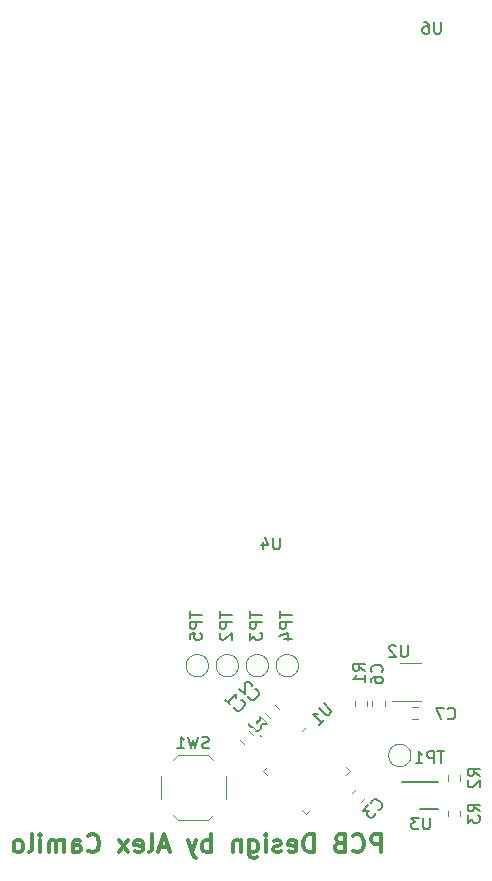
<source format=gbr>
G04 #@! TF.GenerationSoftware,KiCad,Pcbnew,(5.1.8)-1*
G04 #@! TF.CreationDate,2021-05-02T00:16:01-04:00*
G04 #@! TF.ProjectId,CryptoRosette,43727970-746f-4526-9f73-657474652e6b,1*
G04 #@! TF.SameCoordinates,Original*
G04 #@! TF.FileFunction,Legend,Bot*
G04 #@! TF.FilePolarity,Positive*
%FSLAX46Y46*%
G04 Gerber Fmt 4.6, Leading zero omitted, Abs format (unit mm)*
G04 Created by KiCad (PCBNEW (5.1.8)-1) date 2021-05-02 00:16:01*
%MOMM*%
%LPD*%
G01*
G04 APERTURE LIST*
%ADD10C,0.304800*%
%ADD11C,0.120000*%
%ADD12C,0.150000*%
%ADD13C,1.601600*%
G04 APERTURE END LIST*
D10*
X160530285Y-117089428D02*
X160530285Y-115565428D01*
X159949714Y-115565428D01*
X159804571Y-115638000D01*
X159732000Y-115710571D01*
X159659428Y-115855714D01*
X159659428Y-116073428D01*
X159732000Y-116218571D01*
X159804571Y-116291142D01*
X159949714Y-116363714D01*
X160530285Y-116363714D01*
X158135428Y-116944285D02*
X158208000Y-117016857D01*
X158425714Y-117089428D01*
X158570857Y-117089428D01*
X158788571Y-117016857D01*
X158933714Y-116871714D01*
X159006285Y-116726571D01*
X159078857Y-116436285D01*
X159078857Y-116218571D01*
X159006285Y-115928285D01*
X158933714Y-115783142D01*
X158788571Y-115638000D01*
X158570857Y-115565428D01*
X158425714Y-115565428D01*
X158208000Y-115638000D01*
X158135428Y-115710571D01*
X156974285Y-116291142D02*
X156756571Y-116363714D01*
X156684000Y-116436285D01*
X156611428Y-116581428D01*
X156611428Y-116799142D01*
X156684000Y-116944285D01*
X156756571Y-117016857D01*
X156901714Y-117089428D01*
X157482285Y-117089428D01*
X157482285Y-115565428D01*
X156974285Y-115565428D01*
X156829142Y-115638000D01*
X156756571Y-115710571D01*
X156684000Y-115855714D01*
X156684000Y-116000857D01*
X156756571Y-116146000D01*
X156829142Y-116218571D01*
X156974285Y-116291142D01*
X157482285Y-116291142D01*
X154797142Y-117089428D02*
X154797142Y-115565428D01*
X154434285Y-115565428D01*
X154216571Y-115638000D01*
X154071428Y-115783142D01*
X153998857Y-115928285D01*
X153926285Y-116218571D01*
X153926285Y-116436285D01*
X153998857Y-116726571D01*
X154071428Y-116871714D01*
X154216571Y-117016857D01*
X154434285Y-117089428D01*
X154797142Y-117089428D01*
X152692571Y-117016857D02*
X152837714Y-117089428D01*
X153128000Y-117089428D01*
X153273142Y-117016857D01*
X153345714Y-116871714D01*
X153345714Y-116291142D01*
X153273142Y-116146000D01*
X153128000Y-116073428D01*
X152837714Y-116073428D01*
X152692571Y-116146000D01*
X152620000Y-116291142D01*
X152620000Y-116436285D01*
X153345714Y-116581428D01*
X152039428Y-117016857D02*
X151894285Y-117089428D01*
X151604000Y-117089428D01*
X151458857Y-117016857D01*
X151386285Y-116871714D01*
X151386285Y-116799142D01*
X151458857Y-116654000D01*
X151604000Y-116581428D01*
X151821714Y-116581428D01*
X151966857Y-116508857D01*
X152039428Y-116363714D01*
X152039428Y-116291142D01*
X151966857Y-116146000D01*
X151821714Y-116073428D01*
X151604000Y-116073428D01*
X151458857Y-116146000D01*
X150733142Y-117089428D02*
X150733142Y-116073428D01*
X150733142Y-115565428D02*
X150805714Y-115638000D01*
X150733142Y-115710571D01*
X150660571Y-115638000D01*
X150733142Y-115565428D01*
X150733142Y-115710571D01*
X149354285Y-116073428D02*
X149354285Y-117307142D01*
X149426857Y-117452285D01*
X149499428Y-117524857D01*
X149644571Y-117597428D01*
X149862285Y-117597428D01*
X150007428Y-117524857D01*
X149354285Y-117016857D02*
X149499428Y-117089428D01*
X149789714Y-117089428D01*
X149934857Y-117016857D01*
X150007428Y-116944285D01*
X150080000Y-116799142D01*
X150080000Y-116363714D01*
X150007428Y-116218571D01*
X149934857Y-116146000D01*
X149789714Y-116073428D01*
X149499428Y-116073428D01*
X149354285Y-116146000D01*
X148628571Y-116073428D02*
X148628571Y-117089428D01*
X148628571Y-116218571D02*
X148556000Y-116146000D01*
X148410857Y-116073428D01*
X148193142Y-116073428D01*
X148048000Y-116146000D01*
X147975428Y-116291142D01*
X147975428Y-117089428D01*
X146088571Y-117089428D02*
X146088571Y-115565428D01*
X146088571Y-116146000D02*
X145943428Y-116073428D01*
X145653142Y-116073428D01*
X145508000Y-116146000D01*
X145435428Y-116218571D01*
X145362857Y-116363714D01*
X145362857Y-116799142D01*
X145435428Y-116944285D01*
X145508000Y-117016857D01*
X145653142Y-117089428D01*
X145943428Y-117089428D01*
X146088571Y-117016857D01*
X144854857Y-116073428D02*
X144492000Y-117089428D01*
X144129142Y-116073428D02*
X144492000Y-117089428D01*
X144637142Y-117452285D01*
X144709714Y-117524857D01*
X144854857Y-117597428D01*
X142460000Y-116654000D02*
X141734285Y-116654000D01*
X142605142Y-117089428D02*
X142097142Y-115565428D01*
X141589142Y-117089428D01*
X140863428Y-117089428D02*
X141008571Y-117016857D01*
X141081142Y-116871714D01*
X141081142Y-115565428D01*
X139702285Y-117016857D02*
X139847428Y-117089428D01*
X140137714Y-117089428D01*
X140282857Y-117016857D01*
X140355428Y-116871714D01*
X140355428Y-116291142D01*
X140282857Y-116146000D01*
X140137714Y-116073428D01*
X139847428Y-116073428D01*
X139702285Y-116146000D01*
X139629714Y-116291142D01*
X139629714Y-116436285D01*
X140355428Y-116581428D01*
X139121714Y-117089428D02*
X138323428Y-116073428D01*
X139121714Y-116073428D02*
X138323428Y-117089428D01*
X135710857Y-116944285D02*
X135783428Y-117016857D01*
X136001142Y-117089428D01*
X136146285Y-117089428D01*
X136364000Y-117016857D01*
X136509142Y-116871714D01*
X136581714Y-116726571D01*
X136654285Y-116436285D01*
X136654285Y-116218571D01*
X136581714Y-115928285D01*
X136509142Y-115783142D01*
X136364000Y-115638000D01*
X136146285Y-115565428D01*
X136001142Y-115565428D01*
X135783428Y-115638000D01*
X135710857Y-115710571D01*
X134404571Y-117089428D02*
X134404571Y-116291142D01*
X134477142Y-116146000D01*
X134622285Y-116073428D01*
X134912571Y-116073428D01*
X135057714Y-116146000D01*
X134404571Y-117016857D02*
X134549714Y-117089428D01*
X134912571Y-117089428D01*
X135057714Y-117016857D01*
X135130285Y-116871714D01*
X135130285Y-116726571D01*
X135057714Y-116581428D01*
X134912571Y-116508857D01*
X134549714Y-116508857D01*
X134404571Y-116436285D01*
X133678857Y-117089428D02*
X133678857Y-116073428D01*
X133678857Y-116218571D02*
X133606285Y-116146000D01*
X133461142Y-116073428D01*
X133243428Y-116073428D01*
X133098285Y-116146000D01*
X133025714Y-116291142D01*
X133025714Y-117089428D01*
X133025714Y-116291142D02*
X132953142Y-116146000D01*
X132808000Y-116073428D01*
X132590285Y-116073428D01*
X132445142Y-116146000D01*
X132372571Y-116291142D01*
X132372571Y-117089428D01*
X131646857Y-117089428D02*
X131646857Y-116073428D01*
X131646857Y-115565428D02*
X131719428Y-115638000D01*
X131646857Y-115710571D01*
X131574285Y-115638000D01*
X131646857Y-115565428D01*
X131646857Y-115710571D01*
X130703428Y-117089428D02*
X130848571Y-117016857D01*
X130921142Y-116871714D01*
X130921142Y-115565428D01*
X129905142Y-117089428D02*
X130050285Y-117016857D01*
X130122857Y-116944285D01*
X130195428Y-116799142D01*
X130195428Y-116363714D01*
X130122857Y-116218571D01*
X130050285Y-116146000D01*
X129905142Y-116073428D01*
X129687428Y-116073428D01*
X129542285Y-116146000D01*
X129469714Y-116218571D01*
X129397142Y-116363714D01*
X129397142Y-116799142D01*
X129469714Y-116944285D01*
X129542285Y-117016857D01*
X129687428Y-117089428D01*
X129905142Y-117089428D01*
D11*
X150401697Y-105762770D02*
X150737230Y-106098303D01*
X149662770Y-106501697D02*
X149998303Y-106837230D01*
X151837230Y-104998303D02*
X151501697Y-104662770D01*
X151098303Y-105737230D02*
X150762770Y-105401697D01*
X159137230Y-112501697D02*
X158801697Y-112837230D01*
X158398303Y-111762770D02*
X158062770Y-112098303D01*
X159777500Y-104737258D02*
X159777500Y-104262742D01*
X160822500Y-104737258D02*
X160822500Y-104262742D01*
X163637258Y-104777500D02*
X163162742Y-104777500D01*
X163637258Y-105822500D02*
X163162742Y-105822500D01*
X158277500Y-104262742D02*
X158277500Y-104737258D01*
X159322500Y-104262742D02*
X159322500Y-104737258D01*
X149637230Y-107198303D02*
X149301697Y-106862770D01*
X148898303Y-107937230D02*
X148562770Y-107601697D01*
X146300000Y-113900000D02*
X145850000Y-114350000D01*
X142900000Y-113900000D02*
X143350000Y-114350000D01*
X142900000Y-109300000D02*
X143350000Y-108850000D01*
X146300000Y-109300000D02*
X145850000Y-108850000D01*
X141850000Y-110600000D02*
X141850000Y-112600000D01*
X145850000Y-114350000D02*
X143350000Y-114350000D01*
X147350000Y-110600000D02*
X147350000Y-112600000D01*
X145850000Y-108850000D02*
X143350000Y-108850000D01*
X163050000Y-108900000D02*
G75*
G03*
X163050000Y-108900000I-950000J0D01*
G01*
X148450000Y-101300000D02*
G75*
G03*
X148450000Y-101300000I-950000J0D01*
G01*
X150990000Y-101300000D02*
G75*
G03*
X150990000Y-101300000I-950000J0D01*
G01*
X153530000Y-101300000D02*
G75*
G03*
X153530000Y-101300000I-950000J0D01*
G01*
X145910000Y-101300000D02*
G75*
G03*
X145910000Y-101300000I-950000J0D01*
G01*
X150824778Y-109864124D02*
X150488903Y-110200000D01*
X150488903Y-110200000D02*
X150824778Y-110535876D01*
X157535222Y-110535876D02*
X157871097Y-110200000D01*
X157871097Y-110200000D02*
X157535222Y-109864124D01*
X154515876Y-113555222D02*
X154180000Y-113891097D01*
X154180000Y-113891097D02*
X153844124Y-113555222D01*
X153844124Y-106844778D02*
X154180000Y-106508903D01*
X162080000Y-101060000D02*
X163880000Y-101060000D01*
X163880000Y-104280000D02*
X161430000Y-104280000D01*
X167222500Y-111037258D02*
X167222500Y-110562742D01*
X166177500Y-111037258D02*
X166177500Y-110562742D01*
X167222500Y-113562742D02*
X167222500Y-114037258D01*
X166177500Y-113562742D02*
X166177500Y-114037258D01*
D12*
X162300000Y-111175000D02*
X165300000Y-111175000D01*
X163800000Y-113425000D02*
X165300000Y-113425000D01*
X148065312Y-104770389D02*
X148065312Y-104837732D01*
X148132656Y-104972419D01*
X148200000Y-105039763D01*
X148334687Y-105107106D01*
X148469374Y-105107106D01*
X148570389Y-105073435D01*
X148738748Y-104972419D01*
X148839763Y-104871404D01*
X148940778Y-104703045D01*
X148974450Y-104602030D01*
X148974450Y-104467343D01*
X148907106Y-104332656D01*
X148839763Y-104265312D01*
X148705076Y-104197969D01*
X148637732Y-104197969D01*
X147324534Y-104164297D02*
X147728595Y-104568358D01*
X147526564Y-104366328D02*
X148233671Y-103659221D01*
X148200000Y-103827580D01*
X148200000Y-103962267D01*
X148233671Y-104063282D01*
X149265312Y-103870389D02*
X149265312Y-103937732D01*
X149332656Y-104072419D01*
X149400000Y-104139763D01*
X149534687Y-104207106D01*
X149669374Y-104207106D01*
X149770389Y-104173435D01*
X149938748Y-104072419D01*
X150039763Y-103971404D01*
X150140778Y-103803045D01*
X150174450Y-103702030D01*
X150174450Y-103567343D01*
X150107106Y-103432656D01*
X150039763Y-103365312D01*
X149905076Y-103297969D01*
X149837732Y-103297969D01*
X149568358Y-103028595D02*
X149568358Y-102961251D01*
X149534687Y-102860236D01*
X149366328Y-102691877D01*
X149265312Y-102658206D01*
X149197969Y-102658206D01*
X149096954Y-102691877D01*
X149029610Y-102759221D01*
X148962267Y-102893908D01*
X148962267Y-103702030D01*
X148524534Y-103264297D01*
X160270389Y-113534687D02*
X160337732Y-113534687D01*
X160472419Y-113467343D01*
X160539763Y-113400000D01*
X160607106Y-113265312D01*
X160607106Y-113130625D01*
X160573435Y-113029610D01*
X160472419Y-112861251D01*
X160371404Y-112760236D01*
X160203045Y-112659221D01*
X160102030Y-112625549D01*
X159967343Y-112625549D01*
X159832656Y-112692893D01*
X159765312Y-112760236D01*
X159697969Y-112894923D01*
X159697969Y-112962267D01*
X159394923Y-113130625D02*
X158957190Y-113568358D01*
X159462267Y-113602030D01*
X159361251Y-113703045D01*
X159327580Y-113804061D01*
X159327580Y-113871404D01*
X159361251Y-113972419D01*
X159529610Y-114140778D01*
X159630625Y-114174450D01*
X159697969Y-114174450D01*
X159798984Y-114140778D01*
X160001015Y-113938748D01*
X160034687Y-113837732D01*
X160034687Y-113770389D01*
X160557142Y-101833333D02*
X160604761Y-101785714D01*
X160652380Y-101642857D01*
X160652380Y-101547619D01*
X160604761Y-101404761D01*
X160509523Y-101309523D01*
X160414285Y-101261904D01*
X160223809Y-101214285D01*
X160080952Y-101214285D01*
X159890476Y-101261904D01*
X159795238Y-101309523D01*
X159700000Y-101404761D01*
X159652380Y-101547619D01*
X159652380Y-101642857D01*
X159700000Y-101785714D01*
X159747619Y-101833333D01*
X159652380Y-102690476D02*
X159652380Y-102500000D01*
X159700000Y-102404761D01*
X159747619Y-102357142D01*
X159890476Y-102261904D01*
X160080952Y-102214285D01*
X160461904Y-102214285D01*
X160557142Y-102261904D01*
X160604761Y-102309523D01*
X160652380Y-102404761D01*
X160652380Y-102595238D01*
X160604761Y-102690476D01*
X160557142Y-102738095D01*
X160461904Y-102785714D01*
X160223809Y-102785714D01*
X160128571Y-102738095D01*
X160080952Y-102690476D01*
X160033333Y-102595238D01*
X160033333Y-102404761D01*
X160080952Y-102309523D01*
X160128571Y-102261904D01*
X160223809Y-102214285D01*
X166166666Y-105757142D02*
X166214285Y-105804761D01*
X166357142Y-105852380D01*
X166452380Y-105852380D01*
X166595238Y-105804761D01*
X166690476Y-105709523D01*
X166738095Y-105614285D01*
X166785714Y-105423809D01*
X166785714Y-105280952D01*
X166738095Y-105090476D01*
X166690476Y-104995238D01*
X166595238Y-104900000D01*
X166452380Y-104852380D01*
X166357142Y-104852380D01*
X166214285Y-104900000D01*
X166166666Y-104947619D01*
X165833333Y-104852380D02*
X165166666Y-104852380D01*
X165595238Y-105852380D01*
X159152380Y-101733333D02*
X158676190Y-101400000D01*
X159152380Y-101161904D02*
X158152380Y-101161904D01*
X158152380Y-101542857D01*
X158200000Y-101638095D01*
X158247619Y-101685714D01*
X158342857Y-101733333D01*
X158485714Y-101733333D01*
X158580952Y-101685714D01*
X158628571Y-101638095D01*
X158676190Y-101542857D01*
X158676190Y-101161904D01*
X159152380Y-102685714D02*
X159152380Y-102114285D01*
X159152380Y-102400000D02*
X158152380Y-102400000D01*
X158295238Y-102304761D01*
X158390476Y-102209523D01*
X158438095Y-102114285D01*
X149909132Y-106826569D02*
X150481552Y-106725554D01*
X150313193Y-107230630D02*
X151020300Y-106523524D01*
X150750926Y-106254149D01*
X150649911Y-106220478D01*
X150582567Y-106220478D01*
X150481552Y-106254149D01*
X150380537Y-106355165D01*
X150346865Y-106456180D01*
X150346865Y-106523524D01*
X150380537Y-106624539D01*
X150649911Y-106893913D01*
X149976475Y-105479699D02*
X150313193Y-105816417D01*
X150010147Y-106186806D01*
X150010147Y-106119462D01*
X149976475Y-106018447D01*
X149808117Y-105850088D01*
X149707101Y-105816417D01*
X149639758Y-105816417D01*
X149538743Y-105850088D01*
X149370384Y-106018447D01*
X149336712Y-106119462D01*
X149336712Y-106186806D01*
X149370384Y-106287821D01*
X149538743Y-106456180D01*
X149639758Y-106489852D01*
X149707101Y-106489852D01*
X145933333Y-108254761D02*
X145790476Y-108302380D01*
X145552380Y-108302380D01*
X145457142Y-108254761D01*
X145409523Y-108207142D01*
X145361904Y-108111904D01*
X145361904Y-108016666D01*
X145409523Y-107921428D01*
X145457142Y-107873809D01*
X145552380Y-107826190D01*
X145742857Y-107778571D01*
X145838095Y-107730952D01*
X145885714Y-107683333D01*
X145933333Y-107588095D01*
X145933333Y-107492857D01*
X145885714Y-107397619D01*
X145838095Y-107350000D01*
X145742857Y-107302380D01*
X145504761Y-107302380D01*
X145361904Y-107350000D01*
X145028571Y-107302380D02*
X144790476Y-108302380D01*
X144600000Y-107588095D01*
X144409523Y-108302380D01*
X144171428Y-107302380D01*
X143266666Y-108302380D02*
X143838095Y-108302380D01*
X143552380Y-108302380D02*
X143552380Y-107302380D01*
X143647619Y-107445238D01*
X143742857Y-107540476D01*
X143838095Y-107588095D01*
X165861904Y-108552380D02*
X165290476Y-108552380D01*
X165576190Y-109552380D02*
X165576190Y-108552380D01*
X164957142Y-109552380D02*
X164957142Y-108552380D01*
X164576190Y-108552380D01*
X164480952Y-108600000D01*
X164433333Y-108647619D01*
X164385714Y-108742857D01*
X164385714Y-108885714D01*
X164433333Y-108980952D01*
X164480952Y-109028571D01*
X164576190Y-109076190D01*
X164957142Y-109076190D01*
X163433333Y-109552380D02*
X164004761Y-109552380D01*
X163719047Y-109552380D02*
X163719047Y-108552380D01*
X163814285Y-108695238D01*
X163909523Y-108790476D01*
X164004761Y-108838095D01*
X146852380Y-96686095D02*
X146852380Y-97257523D01*
X147852380Y-96971809D02*
X146852380Y-96971809D01*
X147852380Y-97590857D02*
X146852380Y-97590857D01*
X146852380Y-97971809D01*
X146900000Y-98067047D01*
X146947619Y-98114666D01*
X147042857Y-98162285D01*
X147185714Y-98162285D01*
X147280952Y-98114666D01*
X147328571Y-98067047D01*
X147376190Y-97971809D01*
X147376190Y-97590857D01*
X146947619Y-98543238D02*
X146900000Y-98590857D01*
X146852380Y-98686095D01*
X146852380Y-98924190D01*
X146900000Y-99019428D01*
X146947619Y-99067047D01*
X147042857Y-99114666D01*
X147138095Y-99114666D01*
X147280952Y-99067047D01*
X147852380Y-98495619D01*
X147852380Y-99114666D01*
X149392380Y-96686095D02*
X149392380Y-97257523D01*
X150392380Y-96971809D02*
X149392380Y-96971809D01*
X150392380Y-97590857D02*
X149392380Y-97590857D01*
X149392380Y-97971809D01*
X149440000Y-98067047D01*
X149487619Y-98114666D01*
X149582857Y-98162285D01*
X149725714Y-98162285D01*
X149820952Y-98114666D01*
X149868571Y-98067047D01*
X149916190Y-97971809D01*
X149916190Y-97590857D01*
X149392380Y-98495619D02*
X149392380Y-99114666D01*
X149773333Y-98781333D01*
X149773333Y-98924190D01*
X149820952Y-99019428D01*
X149868571Y-99067047D01*
X149963809Y-99114666D01*
X150201904Y-99114666D01*
X150297142Y-99067047D01*
X150344761Y-99019428D01*
X150392380Y-98924190D01*
X150392380Y-98638476D01*
X150344761Y-98543238D01*
X150297142Y-98495619D01*
X151932380Y-96686095D02*
X151932380Y-97257523D01*
X152932380Y-96971809D02*
X151932380Y-96971809D01*
X152932380Y-97590857D02*
X151932380Y-97590857D01*
X151932380Y-97971809D01*
X151980000Y-98067047D01*
X152027619Y-98114666D01*
X152122857Y-98162285D01*
X152265714Y-98162285D01*
X152360952Y-98114666D01*
X152408571Y-98067047D01*
X152456190Y-97971809D01*
X152456190Y-97590857D01*
X152265714Y-99019428D02*
X152932380Y-99019428D01*
X151884761Y-98781333D02*
X152599047Y-98543238D01*
X152599047Y-99162285D01*
X144312380Y-96686095D02*
X144312380Y-97257523D01*
X145312380Y-96971809D02*
X144312380Y-96971809D01*
X145312380Y-97590857D02*
X144312380Y-97590857D01*
X144312380Y-97971809D01*
X144360000Y-98067047D01*
X144407619Y-98114666D01*
X144502857Y-98162285D01*
X144645714Y-98162285D01*
X144740952Y-98114666D01*
X144788571Y-98067047D01*
X144836190Y-97971809D01*
X144836190Y-97590857D01*
X144312380Y-99067047D02*
X144312380Y-98590857D01*
X144788571Y-98543238D01*
X144740952Y-98590857D01*
X144693333Y-98686095D01*
X144693333Y-98924190D01*
X144740952Y-99019428D01*
X144788571Y-99067047D01*
X144883809Y-99114666D01*
X145121904Y-99114666D01*
X145217142Y-99067047D01*
X145264761Y-99019428D01*
X145312380Y-98924190D01*
X145312380Y-98686095D01*
X145264761Y-98590857D01*
X145217142Y-98543238D01*
X155651522Y-104474026D02*
X156223942Y-105046446D01*
X156257614Y-105147461D01*
X156257614Y-105214805D01*
X156223942Y-105315820D01*
X156089255Y-105450507D01*
X155988240Y-105484179D01*
X155920896Y-105484179D01*
X155819881Y-105450507D01*
X155247461Y-104878087D01*
X155247461Y-106292301D02*
X155651522Y-105888240D01*
X155449492Y-106090270D02*
X154742385Y-105383164D01*
X154910744Y-105416835D01*
X155045431Y-105416835D01*
X155146446Y-105383164D01*
X162761904Y-99552380D02*
X162761904Y-100361904D01*
X162714285Y-100457142D01*
X162666666Y-100504761D01*
X162571428Y-100552380D01*
X162380952Y-100552380D01*
X162285714Y-100504761D01*
X162238095Y-100457142D01*
X162190476Y-100361904D01*
X162190476Y-99552380D01*
X161761904Y-99647619D02*
X161714285Y-99600000D01*
X161619047Y-99552380D01*
X161380952Y-99552380D01*
X161285714Y-99600000D01*
X161238095Y-99647619D01*
X161190476Y-99742857D01*
X161190476Y-99838095D01*
X161238095Y-99980952D01*
X161809523Y-100552380D01*
X161190476Y-100552380D01*
X168852380Y-110633333D02*
X168376190Y-110300000D01*
X168852380Y-110061904D02*
X167852380Y-110061904D01*
X167852380Y-110442857D01*
X167900000Y-110538095D01*
X167947619Y-110585714D01*
X168042857Y-110633333D01*
X168185714Y-110633333D01*
X168280952Y-110585714D01*
X168328571Y-110538095D01*
X168376190Y-110442857D01*
X168376190Y-110061904D01*
X167947619Y-111014285D02*
X167900000Y-111061904D01*
X167852380Y-111157142D01*
X167852380Y-111395238D01*
X167900000Y-111490476D01*
X167947619Y-111538095D01*
X168042857Y-111585714D01*
X168138095Y-111585714D01*
X168280952Y-111538095D01*
X168852380Y-110966666D01*
X168852380Y-111585714D01*
X168852380Y-113633333D02*
X168376190Y-113300000D01*
X168852380Y-113061904D02*
X167852380Y-113061904D01*
X167852380Y-113442857D01*
X167900000Y-113538095D01*
X167947619Y-113585714D01*
X168042857Y-113633333D01*
X168185714Y-113633333D01*
X168280952Y-113585714D01*
X168328571Y-113538095D01*
X168376190Y-113442857D01*
X168376190Y-113061904D01*
X167852380Y-113966666D02*
X167852380Y-114585714D01*
X168233333Y-114252380D01*
X168233333Y-114395238D01*
X168280952Y-114490476D01*
X168328571Y-114538095D01*
X168423809Y-114585714D01*
X168661904Y-114585714D01*
X168757142Y-114538095D01*
X168804761Y-114490476D01*
X168852380Y-114395238D01*
X168852380Y-114109523D01*
X168804761Y-114014285D01*
X168757142Y-113966666D01*
X164661904Y-114152380D02*
X164661904Y-114961904D01*
X164614285Y-115057142D01*
X164566666Y-115104761D01*
X164471428Y-115152380D01*
X164280952Y-115152380D01*
X164185714Y-115104761D01*
X164138095Y-115057142D01*
X164090476Y-114961904D01*
X164090476Y-114152380D01*
X163709523Y-114152380D02*
X163090476Y-114152380D01*
X163423809Y-114533333D01*
X163280952Y-114533333D01*
X163185714Y-114580952D01*
X163138095Y-114628571D01*
X163090476Y-114723809D01*
X163090476Y-114961904D01*
X163138095Y-115057142D01*
X163185714Y-115104761D01*
X163280952Y-115152380D01*
X163566666Y-115152380D01*
X163661904Y-115104761D01*
X163709523Y-115057142D01*
X151961904Y-90452380D02*
X151961904Y-91261904D01*
X151914285Y-91357142D01*
X151866666Y-91404761D01*
X151771428Y-91452380D01*
X151580952Y-91452380D01*
X151485714Y-91404761D01*
X151438095Y-91357142D01*
X151390476Y-91261904D01*
X151390476Y-90452380D01*
X150485714Y-90785714D02*
X150485714Y-91452380D01*
X150723809Y-90404761D02*
X150961904Y-91119047D01*
X150342857Y-91119047D01*
X165588237Y-46792380D02*
X165588237Y-47601904D01*
X165540618Y-47697142D01*
X165492999Y-47744761D01*
X165397761Y-47792380D01*
X165207285Y-47792380D01*
X165112047Y-47744761D01*
X165064428Y-47697142D01*
X165016809Y-47601904D01*
X165016809Y-46792380D01*
X164112047Y-46792380D02*
X164302523Y-46792380D01*
X164397761Y-46840000D01*
X164445380Y-46887619D01*
X164540618Y-47030476D01*
X164588237Y-47220952D01*
X164588237Y-47601904D01*
X164540618Y-47697142D01*
X164492999Y-47744761D01*
X164397761Y-47792380D01*
X164207285Y-47792380D01*
X164112047Y-47744761D01*
X164064428Y-47697142D01*
X164016809Y-47601904D01*
X164016809Y-47363809D01*
X164064428Y-47268571D01*
X164112047Y-47220952D01*
X164207285Y-47173333D01*
X164397761Y-47173333D01*
X164492999Y-47220952D01*
X164540618Y-47268571D01*
X164588237Y-47363809D01*
%LPC*%
G36*
G01*
X150252184Y-106777014D02*
X150677014Y-106352184D01*
G75*
G02*
X150995778Y-106352184I159382J-159382D01*
G01*
X151314542Y-106670948D01*
G75*
G02*
X151314542Y-106989712I-159382J-159382D01*
G01*
X150889712Y-107414542D01*
G75*
G02*
X150570948Y-107414542I-159382J159382D01*
G01*
X150252184Y-107095778D01*
G75*
G02*
X150252184Y-106777014I159382J159382D01*
G01*
G37*
G36*
G01*
X149085458Y-105610288D02*
X149510288Y-105185458D01*
G75*
G02*
X149829052Y-105185458I159382J-159382D01*
G01*
X150147816Y-105504222D01*
G75*
G02*
X150147816Y-105822986I-159382J-159382D01*
G01*
X149722986Y-106247816D01*
G75*
G02*
X149404222Y-106247816I-159382J159382D01*
G01*
X149085458Y-105929052D01*
G75*
G02*
X149085458Y-105610288I159382J159382D01*
G01*
G37*
G36*
G01*
X152414542Y-105889712D02*
X151989712Y-106314542D01*
G75*
G02*
X151670948Y-106314542I-159382J159382D01*
G01*
X151352184Y-105995778D01*
G75*
G02*
X151352184Y-105677014I159382J159382D01*
G01*
X151777014Y-105252184D01*
G75*
G02*
X152095778Y-105252184I159382J-159382D01*
G01*
X152414542Y-105570948D01*
G75*
G02*
X152414542Y-105889712I-159382J-159382D01*
G01*
G37*
G36*
G01*
X151247816Y-104722986D02*
X150822986Y-105147816D01*
G75*
G02*
X150504222Y-105147816I-159382J159382D01*
G01*
X150185458Y-104829052D01*
G75*
G02*
X150185458Y-104510288I159382J159382D01*
G01*
X150610288Y-104085458D01*
G75*
G02*
X150929052Y-104085458I159382J-159382D01*
G01*
X151247816Y-104404222D01*
G75*
G02*
X151247816Y-104722986I-159382J-159382D01*
G01*
G37*
G36*
G01*
X158122986Y-112352184D02*
X158547816Y-112777014D01*
G75*
G02*
X158547816Y-113095778I-159382J-159382D01*
G01*
X158229052Y-113414542D01*
G75*
G02*
X157910288Y-113414542I-159382J159382D01*
G01*
X157485458Y-112989712D01*
G75*
G02*
X157485458Y-112670948I159382J159382D01*
G01*
X157804222Y-112352184D01*
G75*
G02*
X158122986Y-112352184I159382J-159382D01*
G01*
G37*
G36*
G01*
X159289712Y-111185458D02*
X159714542Y-111610288D01*
G75*
G02*
X159714542Y-111929052I-159382J-159382D01*
G01*
X159395778Y-112247816D01*
G75*
G02*
X159077014Y-112247816I-159382J159382D01*
G01*
X158652184Y-111822986D01*
G75*
G02*
X158652184Y-111504222I159382J159382D01*
G01*
X158970948Y-111185458D01*
G75*
G02*
X159289712Y-111185458I159382J-159382D01*
G01*
G37*
G36*
G01*
X160600400Y-104125800D02*
X159999600Y-104125800D01*
G75*
G02*
X159774200Y-103900400I0J225400D01*
G01*
X159774200Y-103449600D01*
G75*
G02*
X159999600Y-103224200I225400J0D01*
G01*
X160600400Y-103224200D01*
G75*
G02*
X160825800Y-103449600I0J-225400D01*
G01*
X160825800Y-103900400D01*
G75*
G02*
X160600400Y-104125800I-225400J0D01*
G01*
G37*
G36*
G01*
X160600400Y-105775800D02*
X159999600Y-105775800D01*
G75*
G02*
X159774200Y-105550400I0J225400D01*
G01*
X159774200Y-105099600D01*
G75*
G02*
X159999600Y-104874200I225400J0D01*
G01*
X160600400Y-104874200D01*
G75*
G02*
X160825800Y-105099600I0J-225400D01*
G01*
X160825800Y-105550400D01*
G75*
G02*
X160600400Y-105775800I-225400J0D01*
G01*
G37*
G36*
G01*
X164675800Y-104999600D02*
X164675800Y-105600400D01*
G75*
G02*
X164450400Y-105825800I-225400J0D01*
G01*
X163999600Y-105825800D01*
G75*
G02*
X163774200Y-105600400I0J225400D01*
G01*
X163774200Y-104999600D01*
G75*
G02*
X163999600Y-104774200I225400J0D01*
G01*
X164450400Y-104774200D01*
G75*
G02*
X164675800Y-104999600I0J-225400D01*
G01*
G37*
G36*
G01*
X163025800Y-104999600D02*
X163025800Y-105600400D01*
G75*
G02*
X162800400Y-105825800I-225400J0D01*
G01*
X162349600Y-105825800D01*
G75*
G02*
X162124200Y-105600400I0J225400D01*
G01*
X162124200Y-104999600D01*
G75*
G02*
X162349600Y-104774200I225400J0D01*
G01*
X162800400Y-104774200D01*
G75*
G02*
X163025800Y-104999600I0J-225400D01*
G01*
G37*
G36*
G01*
X158499600Y-103224200D02*
X159100400Y-103224200D01*
G75*
G02*
X159325800Y-103449600I0J-225400D01*
G01*
X159325800Y-103900400D01*
G75*
G02*
X159100400Y-104125800I-225400J0D01*
G01*
X158499600Y-104125800D01*
G75*
G02*
X158274200Y-103900400I0J225400D01*
G01*
X158274200Y-103449600D01*
G75*
G02*
X158499600Y-103224200I225400J0D01*
G01*
G37*
G36*
G01*
X158499600Y-104874200D02*
X159100400Y-104874200D01*
G75*
G02*
X159325800Y-105099600I0J-225400D01*
G01*
X159325800Y-105550400D01*
G75*
G02*
X159100400Y-105775800I-225400J0D01*
G01*
X158499600Y-105775800D01*
G75*
G02*
X158274200Y-105550400I0J225400D01*
G01*
X158274200Y-105099600D01*
G75*
G02*
X158499600Y-104874200I225400J0D01*
G01*
G37*
G36*
G01*
X150214542Y-108089712D02*
X149789712Y-108514542D01*
G75*
G02*
X149470948Y-108514542I-159382J159382D01*
G01*
X149152184Y-108195778D01*
G75*
G02*
X149152184Y-107877014I159382J159382D01*
G01*
X149577014Y-107452184D01*
G75*
G02*
X149895778Y-107452184I159382J-159382D01*
G01*
X150214542Y-107770948D01*
G75*
G02*
X150214542Y-108089712I-159382J-159382D01*
G01*
G37*
G36*
G01*
X149047816Y-106922986D02*
X148622986Y-107347816D01*
G75*
G02*
X148304222Y-107347816I-159382J159382D01*
G01*
X147985458Y-107029052D01*
G75*
G02*
X147985458Y-106710288I159382J159382D01*
G01*
X148410288Y-106285458D01*
G75*
G02*
X148729052Y-106285458I159382J-159382D01*
G01*
X149047816Y-106604222D01*
G75*
G02*
X149047816Y-106922986I-159382J-159382D01*
G01*
G37*
G36*
G01*
X148650800Y-109200000D02*
X148650800Y-110200000D01*
G75*
G02*
X148600000Y-110250800I-50800J0D01*
G01*
X146900000Y-110250800D01*
G75*
G02*
X146849200Y-110200000I0J50800D01*
G01*
X146849200Y-109200000D01*
G75*
G02*
X146900000Y-109149200I50800J0D01*
G01*
X148600000Y-109149200D01*
G75*
G02*
X148650800Y-109200000I0J-50800D01*
G01*
G37*
G36*
G01*
X142350800Y-109200000D02*
X142350800Y-110200000D01*
G75*
G02*
X142300000Y-110250800I-50800J0D01*
G01*
X140600000Y-110250800D01*
G75*
G02*
X140549200Y-110200000I0J50800D01*
G01*
X140549200Y-109200000D01*
G75*
G02*
X140600000Y-109149200I50800J0D01*
G01*
X142300000Y-109149200D01*
G75*
G02*
X142350800Y-109200000I0J-50800D01*
G01*
G37*
G36*
G01*
X148650800Y-113000000D02*
X148650800Y-114000000D01*
G75*
G02*
X148600000Y-114050800I-50800J0D01*
G01*
X146900000Y-114050800D01*
G75*
G02*
X146849200Y-114000000I0J50800D01*
G01*
X146849200Y-113000000D01*
G75*
G02*
X146900000Y-112949200I50800J0D01*
G01*
X148600000Y-112949200D01*
G75*
G02*
X148650800Y-113000000I0J-50800D01*
G01*
G37*
G36*
G01*
X142350800Y-113000000D02*
X142350800Y-114000000D01*
G75*
G02*
X142300000Y-114050800I-50800J0D01*
G01*
X140600000Y-114050800D01*
G75*
G02*
X140549200Y-114000000I0J50800D01*
G01*
X140549200Y-113000000D01*
G75*
G02*
X140600000Y-112949200I50800J0D01*
G01*
X142300000Y-112949200D01*
G75*
G02*
X142350800Y-113000000I0J-50800D01*
G01*
G37*
D13*
X162100000Y-108900000D03*
X147500000Y-101300000D03*
X150040000Y-101300000D03*
X152580000Y-101300000D03*
X144960000Y-101300000D03*
G36*
G01*
X154931584Y-106849233D02*
X155055894Y-106973543D01*
G75*
G02*
X155055894Y-107097853I-62155J-62155D01*
G01*
X154542676Y-107611071D01*
G75*
G02*
X154418366Y-107611071I-62155J62155D01*
G01*
X154294056Y-107486761D01*
G75*
G02*
X154294056Y-107362451I62155J62155D01*
G01*
X154807274Y-106849233D01*
G75*
G02*
X154931584Y-106849233I62155J-62155D01*
G01*
G37*
G36*
G01*
X155285137Y-107202786D02*
X155409447Y-107327096D01*
G75*
G02*
X155409447Y-107451406I-62155J-62155D01*
G01*
X154896229Y-107964624D01*
G75*
G02*
X154771919Y-107964624I-62155J62155D01*
G01*
X154647609Y-107840314D01*
G75*
G02*
X154647609Y-107716004I62155J62155D01*
G01*
X155160827Y-107202786D01*
G75*
G02*
X155285137Y-107202786I62155J-62155D01*
G01*
G37*
G36*
G01*
X155638691Y-107556339D02*
X155763001Y-107680649D01*
G75*
G02*
X155763001Y-107804959I-62155J-62155D01*
G01*
X155249783Y-108318177D01*
G75*
G02*
X155125473Y-108318177I-62155J62155D01*
G01*
X155001163Y-108193867D01*
G75*
G02*
X155001163Y-108069557I62155J62155D01*
G01*
X155514381Y-107556339D01*
G75*
G02*
X155638691Y-107556339I62155J-62155D01*
G01*
G37*
G36*
G01*
X155992244Y-107909893D02*
X156116554Y-108034203D01*
G75*
G02*
X156116554Y-108158513I-62155J-62155D01*
G01*
X155603336Y-108671731D01*
G75*
G02*
X155479026Y-108671731I-62155J62155D01*
G01*
X155354716Y-108547421D01*
G75*
G02*
X155354716Y-108423111I62155J62155D01*
G01*
X155867934Y-107909893D01*
G75*
G02*
X155992244Y-107909893I62155J-62155D01*
G01*
G37*
G36*
G01*
X156345797Y-108263446D02*
X156470107Y-108387756D01*
G75*
G02*
X156470107Y-108512066I-62155J-62155D01*
G01*
X155956889Y-109025284D01*
G75*
G02*
X155832579Y-109025284I-62155J62155D01*
G01*
X155708269Y-108900974D01*
G75*
G02*
X155708269Y-108776664I62155J62155D01*
G01*
X156221487Y-108263446D01*
G75*
G02*
X156345797Y-108263446I62155J-62155D01*
G01*
G37*
G36*
G01*
X156699351Y-108616999D02*
X156823661Y-108741309D01*
G75*
G02*
X156823661Y-108865619I-62155J-62155D01*
G01*
X156310443Y-109378837D01*
G75*
G02*
X156186133Y-109378837I-62155J62155D01*
G01*
X156061823Y-109254527D01*
G75*
G02*
X156061823Y-109130217I62155J62155D01*
G01*
X156575041Y-108616999D01*
G75*
G02*
X156699351Y-108616999I62155J-62155D01*
G01*
G37*
G36*
G01*
X157052904Y-108970553D02*
X157177214Y-109094863D01*
G75*
G02*
X157177214Y-109219173I-62155J-62155D01*
G01*
X156663996Y-109732391D01*
G75*
G02*
X156539686Y-109732391I-62155J62155D01*
G01*
X156415376Y-109608081D01*
G75*
G02*
X156415376Y-109483771I62155J62155D01*
G01*
X156928594Y-108970553D01*
G75*
G02*
X157052904Y-108970553I62155J-62155D01*
G01*
G37*
G36*
G01*
X157406457Y-109324106D02*
X157530767Y-109448416D01*
G75*
G02*
X157530767Y-109572726I-62155J-62155D01*
G01*
X157017549Y-110085944D01*
G75*
G02*
X156893239Y-110085944I-62155J62155D01*
G01*
X156768929Y-109961634D01*
G75*
G02*
X156768929Y-109837324I62155J62155D01*
G01*
X157282147Y-109324106D01*
G75*
G02*
X157406457Y-109324106I62155J-62155D01*
G01*
G37*
G36*
G01*
X157017549Y-110314056D02*
X157530767Y-110827274D01*
G75*
G02*
X157530767Y-110951584I-62155J-62155D01*
G01*
X157406457Y-111075894D01*
G75*
G02*
X157282147Y-111075894I-62155J62155D01*
G01*
X156768929Y-110562676D01*
G75*
G02*
X156768929Y-110438366I62155J62155D01*
G01*
X156893239Y-110314056D01*
G75*
G02*
X157017549Y-110314056I62155J-62155D01*
G01*
G37*
G36*
G01*
X156663996Y-110667609D02*
X157177214Y-111180827D01*
G75*
G02*
X157177214Y-111305137I-62155J-62155D01*
G01*
X157052904Y-111429447D01*
G75*
G02*
X156928594Y-111429447I-62155J62155D01*
G01*
X156415376Y-110916229D01*
G75*
G02*
X156415376Y-110791919I62155J62155D01*
G01*
X156539686Y-110667609D01*
G75*
G02*
X156663996Y-110667609I62155J-62155D01*
G01*
G37*
G36*
G01*
X156310443Y-111021163D02*
X156823661Y-111534381D01*
G75*
G02*
X156823661Y-111658691I-62155J-62155D01*
G01*
X156699351Y-111783001D01*
G75*
G02*
X156575041Y-111783001I-62155J62155D01*
G01*
X156061823Y-111269783D01*
G75*
G02*
X156061823Y-111145473I62155J62155D01*
G01*
X156186133Y-111021163D01*
G75*
G02*
X156310443Y-111021163I62155J-62155D01*
G01*
G37*
G36*
G01*
X155956889Y-111374716D02*
X156470107Y-111887934D01*
G75*
G02*
X156470107Y-112012244I-62155J-62155D01*
G01*
X156345797Y-112136554D01*
G75*
G02*
X156221487Y-112136554I-62155J62155D01*
G01*
X155708269Y-111623336D01*
G75*
G02*
X155708269Y-111499026I62155J62155D01*
G01*
X155832579Y-111374716D01*
G75*
G02*
X155956889Y-111374716I62155J-62155D01*
G01*
G37*
G36*
G01*
X155603336Y-111728269D02*
X156116554Y-112241487D01*
G75*
G02*
X156116554Y-112365797I-62155J-62155D01*
G01*
X155992244Y-112490107D01*
G75*
G02*
X155867934Y-112490107I-62155J62155D01*
G01*
X155354716Y-111976889D01*
G75*
G02*
X155354716Y-111852579I62155J62155D01*
G01*
X155479026Y-111728269D01*
G75*
G02*
X155603336Y-111728269I62155J-62155D01*
G01*
G37*
G36*
G01*
X155249783Y-112081823D02*
X155763001Y-112595041D01*
G75*
G02*
X155763001Y-112719351I-62155J-62155D01*
G01*
X155638691Y-112843661D01*
G75*
G02*
X155514381Y-112843661I-62155J62155D01*
G01*
X155001163Y-112330443D01*
G75*
G02*
X155001163Y-112206133I62155J62155D01*
G01*
X155125473Y-112081823D01*
G75*
G02*
X155249783Y-112081823I62155J-62155D01*
G01*
G37*
G36*
G01*
X154896229Y-112435376D02*
X155409447Y-112948594D01*
G75*
G02*
X155409447Y-113072904I-62155J-62155D01*
G01*
X155285137Y-113197214D01*
G75*
G02*
X155160827Y-113197214I-62155J62155D01*
G01*
X154647609Y-112683996D01*
G75*
G02*
X154647609Y-112559686I62155J62155D01*
G01*
X154771919Y-112435376D01*
G75*
G02*
X154896229Y-112435376I62155J-62155D01*
G01*
G37*
G36*
G01*
X154542676Y-112788929D02*
X155055894Y-113302147D01*
G75*
G02*
X155055894Y-113426457I-62155J-62155D01*
G01*
X154931584Y-113550767D01*
G75*
G02*
X154807274Y-113550767I-62155J62155D01*
G01*
X154294056Y-113037549D01*
G75*
G02*
X154294056Y-112913239I62155J62155D01*
G01*
X154418366Y-112788929D01*
G75*
G02*
X154542676Y-112788929I62155J-62155D01*
G01*
G37*
G36*
G01*
X153941634Y-112788929D02*
X154065944Y-112913239D01*
G75*
G02*
X154065944Y-113037549I-62155J-62155D01*
G01*
X153552726Y-113550767D01*
G75*
G02*
X153428416Y-113550767I-62155J62155D01*
G01*
X153304106Y-113426457D01*
G75*
G02*
X153304106Y-113302147I62155J62155D01*
G01*
X153817324Y-112788929D01*
G75*
G02*
X153941634Y-112788929I62155J-62155D01*
G01*
G37*
G36*
G01*
X153588081Y-112435376D02*
X153712391Y-112559686D01*
G75*
G02*
X153712391Y-112683996I-62155J-62155D01*
G01*
X153199173Y-113197214D01*
G75*
G02*
X153074863Y-113197214I-62155J62155D01*
G01*
X152950553Y-113072904D01*
G75*
G02*
X152950553Y-112948594I62155J62155D01*
G01*
X153463771Y-112435376D01*
G75*
G02*
X153588081Y-112435376I62155J-62155D01*
G01*
G37*
G36*
G01*
X153234527Y-112081823D02*
X153358837Y-112206133D01*
G75*
G02*
X153358837Y-112330443I-62155J-62155D01*
G01*
X152845619Y-112843661D01*
G75*
G02*
X152721309Y-112843661I-62155J62155D01*
G01*
X152596999Y-112719351D01*
G75*
G02*
X152596999Y-112595041I62155J62155D01*
G01*
X153110217Y-112081823D01*
G75*
G02*
X153234527Y-112081823I62155J-62155D01*
G01*
G37*
G36*
G01*
X152880974Y-111728269D02*
X153005284Y-111852579D01*
G75*
G02*
X153005284Y-111976889I-62155J-62155D01*
G01*
X152492066Y-112490107D01*
G75*
G02*
X152367756Y-112490107I-62155J62155D01*
G01*
X152243446Y-112365797D01*
G75*
G02*
X152243446Y-112241487I62155J62155D01*
G01*
X152756664Y-111728269D01*
G75*
G02*
X152880974Y-111728269I62155J-62155D01*
G01*
G37*
G36*
G01*
X152527421Y-111374716D02*
X152651731Y-111499026D01*
G75*
G02*
X152651731Y-111623336I-62155J-62155D01*
G01*
X152138513Y-112136554D01*
G75*
G02*
X152014203Y-112136554I-62155J62155D01*
G01*
X151889893Y-112012244D01*
G75*
G02*
X151889893Y-111887934I62155J62155D01*
G01*
X152403111Y-111374716D01*
G75*
G02*
X152527421Y-111374716I62155J-62155D01*
G01*
G37*
G36*
G01*
X152173867Y-111021163D02*
X152298177Y-111145473D01*
G75*
G02*
X152298177Y-111269783I-62155J-62155D01*
G01*
X151784959Y-111783001D01*
G75*
G02*
X151660649Y-111783001I-62155J62155D01*
G01*
X151536339Y-111658691D01*
G75*
G02*
X151536339Y-111534381I62155J62155D01*
G01*
X152049557Y-111021163D01*
G75*
G02*
X152173867Y-111021163I62155J-62155D01*
G01*
G37*
G36*
G01*
X151820314Y-110667609D02*
X151944624Y-110791919D01*
G75*
G02*
X151944624Y-110916229I-62155J-62155D01*
G01*
X151431406Y-111429447D01*
G75*
G02*
X151307096Y-111429447I-62155J62155D01*
G01*
X151182786Y-111305137D01*
G75*
G02*
X151182786Y-111180827I62155J62155D01*
G01*
X151696004Y-110667609D01*
G75*
G02*
X151820314Y-110667609I62155J-62155D01*
G01*
G37*
G36*
G01*
X151466761Y-110314056D02*
X151591071Y-110438366D01*
G75*
G02*
X151591071Y-110562676I-62155J-62155D01*
G01*
X151077853Y-111075894D01*
G75*
G02*
X150953543Y-111075894I-62155J62155D01*
G01*
X150829233Y-110951584D01*
G75*
G02*
X150829233Y-110827274I62155J62155D01*
G01*
X151342451Y-110314056D01*
G75*
G02*
X151466761Y-110314056I62155J-62155D01*
G01*
G37*
G36*
G01*
X151077853Y-109324106D02*
X151591071Y-109837324D01*
G75*
G02*
X151591071Y-109961634I-62155J-62155D01*
G01*
X151466761Y-110085944D01*
G75*
G02*
X151342451Y-110085944I-62155J62155D01*
G01*
X150829233Y-109572726D01*
G75*
G02*
X150829233Y-109448416I62155J62155D01*
G01*
X150953543Y-109324106D01*
G75*
G02*
X151077853Y-109324106I62155J-62155D01*
G01*
G37*
G36*
G01*
X151431406Y-108970553D02*
X151944624Y-109483771D01*
G75*
G02*
X151944624Y-109608081I-62155J-62155D01*
G01*
X151820314Y-109732391D01*
G75*
G02*
X151696004Y-109732391I-62155J62155D01*
G01*
X151182786Y-109219173D01*
G75*
G02*
X151182786Y-109094863I62155J62155D01*
G01*
X151307096Y-108970553D01*
G75*
G02*
X151431406Y-108970553I62155J-62155D01*
G01*
G37*
G36*
G01*
X151784959Y-108616999D02*
X152298177Y-109130217D01*
G75*
G02*
X152298177Y-109254527I-62155J-62155D01*
G01*
X152173867Y-109378837D01*
G75*
G02*
X152049557Y-109378837I-62155J62155D01*
G01*
X151536339Y-108865619D01*
G75*
G02*
X151536339Y-108741309I62155J62155D01*
G01*
X151660649Y-108616999D01*
G75*
G02*
X151784959Y-108616999I62155J-62155D01*
G01*
G37*
G36*
G01*
X152138513Y-108263446D02*
X152651731Y-108776664D01*
G75*
G02*
X152651731Y-108900974I-62155J-62155D01*
G01*
X152527421Y-109025284D01*
G75*
G02*
X152403111Y-109025284I-62155J62155D01*
G01*
X151889893Y-108512066D01*
G75*
G02*
X151889893Y-108387756I62155J62155D01*
G01*
X152014203Y-108263446D01*
G75*
G02*
X152138513Y-108263446I62155J-62155D01*
G01*
G37*
G36*
G01*
X152492066Y-107909893D02*
X153005284Y-108423111D01*
G75*
G02*
X153005284Y-108547421I-62155J-62155D01*
G01*
X152880974Y-108671731D01*
G75*
G02*
X152756664Y-108671731I-62155J62155D01*
G01*
X152243446Y-108158513D01*
G75*
G02*
X152243446Y-108034203I62155J62155D01*
G01*
X152367756Y-107909893D01*
G75*
G02*
X152492066Y-107909893I62155J-62155D01*
G01*
G37*
G36*
G01*
X152845619Y-107556339D02*
X153358837Y-108069557D01*
G75*
G02*
X153358837Y-108193867I-62155J-62155D01*
G01*
X153234527Y-108318177D01*
G75*
G02*
X153110217Y-108318177I-62155J62155D01*
G01*
X152596999Y-107804959D01*
G75*
G02*
X152596999Y-107680649I62155J62155D01*
G01*
X152721309Y-107556339D01*
G75*
G02*
X152845619Y-107556339I62155J-62155D01*
G01*
G37*
G36*
G01*
X153199173Y-107202786D02*
X153712391Y-107716004D01*
G75*
G02*
X153712391Y-107840314I-62155J-62155D01*
G01*
X153588081Y-107964624D01*
G75*
G02*
X153463771Y-107964624I-62155J62155D01*
G01*
X152950553Y-107451406D01*
G75*
G02*
X152950553Y-107327096I62155J62155D01*
G01*
X153074863Y-107202786D01*
G75*
G02*
X153199173Y-107202786I62155J-62155D01*
G01*
G37*
G36*
G01*
X153552726Y-106849233D02*
X154065944Y-107362451D01*
G75*
G02*
X154065944Y-107486761I-62155J-62155D01*
G01*
X153941634Y-107611071D01*
G75*
G02*
X153817324Y-107611071I-62155J62155D01*
G01*
X153304106Y-107097853D01*
G75*
G02*
X153304106Y-106973543I62155J62155D01*
G01*
X153428416Y-106849233D01*
G75*
G02*
X153552726Y-106849233I62155J-62155D01*
G01*
G37*
G36*
G01*
X154215921Y-107618495D02*
X156761505Y-110164079D01*
G75*
G02*
X156761505Y-110235921I-35921J-35921D01*
G01*
X154215921Y-112781505D01*
G75*
G02*
X154144079Y-112781505I-35921J35921D01*
G01*
X151598495Y-110235921D01*
G75*
G02*
X151598495Y-110164079I35921J35921D01*
G01*
X154144079Y-107618495D01*
G75*
G02*
X154215921Y-107618495I35921J-35921D01*
G01*
G37*
G36*
G01*
X161299200Y-103945000D02*
X161299200Y-103295000D01*
G75*
G02*
X161350000Y-103244200I50800J0D01*
G01*
X162410000Y-103244200D01*
G75*
G02*
X162460800Y-103295000I0J-50800D01*
G01*
X162460800Y-103945000D01*
G75*
G02*
X162410000Y-103995800I-50800J0D01*
G01*
X161350000Y-103995800D01*
G75*
G02*
X161299200Y-103945000I0J50800D01*
G01*
G37*
G36*
G01*
X161299200Y-102995000D02*
X161299200Y-102345000D01*
G75*
G02*
X161350000Y-102294200I50800J0D01*
G01*
X162410000Y-102294200D01*
G75*
G02*
X162460800Y-102345000I0J-50800D01*
G01*
X162460800Y-102995000D01*
G75*
G02*
X162410000Y-103045800I-50800J0D01*
G01*
X161350000Y-103045800D01*
G75*
G02*
X161299200Y-102995000I0J50800D01*
G01*
G37*
G36*
G01*
X161299200Y-102045000D02*
X161299200Y-101395000D01*
G75*
G02*
X161350000Y-101344200I50800J0D01*
G01*
X162410000Y-101344200D01*
G75*
G02*
X162460800Y-101395000I0J-50800D01*
G01*
X162460800Y-102045000D01*
G75*
G02*
X162410000Y-102095800I-50800J0D01*
G01*
X161350000Y-102095800D01*
G75*
G02*
X161299200Y-102045000I0J50800D01*
G01*
G37*
G36*
G01*
X163499200Y-102045000D02*
X163499200Y-101395000D01*
G75*
G02*
X163550000Y-101344200I50800J0D01*
G01*
X164610000Y-101344200D01*
G75*
G02*
X164660800Y-101395000I0J-50800D01*
G01*
X164660800Y-102045000D01*
G75*
G02*
X164610000Y-102095800I-50800J0D01*
G01*
X163550000Y-102095800D01*
G75*
G02*
X163499200Y-102045000I0J50800D01*
G01*
G37*
G36*
G01*
X163499200Y-103945000D02*
X163499200Y-103295000D01*
G75*
G02*
X163550000Y-103244200I50800J0D01*
G01*
X164610000Y-103244200D01*
G75*
G02*
X164660800Y-103295000I0J-50800D01*
G01*
X164660800Y-103945000D01*
G75*
G02*
X164610000Y-103995800I-50800J0D01*
G01*
X163550000Y-103995800D01*
G75*
G02*
X163499200Y-103945000I0J50800D01*
G01*
G37*
G36*
G01*
X167000400Y-112075800D02*
X166399600Y-112075800D01*
G75*
G02*
X166174200Y-111850400I0J225400D01*
G01*
X166174200Y-111399600D01*
G75*
G02*
X166399600Y-111174200I225400J0D01*
G01*
X167000400Y-111174200D01*
G75*
G02*
X167225800Y-111399600I0J-225400D01*
G01*
X167225800Y-111850400D01*
G75*
G02*
X167000400Y-112075800I-225400J0D01*
G01*
G37*
G36*
G01*
X167000400Y-110425800D02*
X166399600Y-110425800D01*
G75*
G02*
X166174200Y-110200400I0J225400D01*
G01*
X166174200Y-109749600D01*
G75*
G02*
X166399600Y-109524200I225400J0D01*
G01*
X167000400Y-109524200D01*
G75*
G02*
X167225800Y-109749600I0J-225400D01*
G01*
X167225800Y-110200400D01*
G75*
G02*
X167000400Y-110425800I-225400J0D01*
G01*
G37*
G36*
G01*
X166399600Y-114174200D02*
X167000400Y-114174200D01*
G75*
G02*
X167225800Y-114399600I0J-225400D01*
G01*
X167225800Y-114850400D01*
G75*
G02*
X167000400Y-115075800I-225400J0D01*
G01*
X166399600Y-115075800D01*
G75*
G02*
X166174200Y-114850400I0J225400D01*
G01*
X166174200Y-114399600D01*
G75*
G02*
X166399600Y-114174200I225400J0D01*
G01*
G37*
G36*
G01*
X166399600Y-112524200D02*
X167000400Y-112524200D01*
G75*
G02*
X167225800Y-112749600I0J-225400D01*
G01*
X167225800Y-113200400D01*
G75*
G02*
X167000400Y-113425800I-225400J0D01*
G01*
X166399600Y-113425800D01*
G75*
G02*
X166174200Y-113200400I0J225400D01*
G01*
X166174200Y-112749600D01*
G75*
G02*
X166399600Y-112524200I225400J0D01*
G01*
G37*
G36*
G01*
X161924200Y-113200000D02*
X161924200Y-112900000D01*
G75*
G02*
X161975000Y-112849200I50800J0D01*
G01*
X162725000Y-112849200D01*
G75*
G02*
X162775800Y-112900000I0J-50800D01*
G01*
X162775800Y-113200000D01*
G75*
G02*
X162725000Y-113250800I-50800J0D01*
G01*
X161975000Y-113250800D01*
G75*
G02*
X161924200Y-113200000I0J50800D01*
G01*
G37*
G36*
G01*
X161924200Y-112700000D02*
X161924200Y-112400000D01*
G75*
G02*
X161975000Y-112349200I50800J0D01*
G01*
X162725000Y-112349200D01*
G75*
G02*
X162775800Y-112400000I0J-50800D01*
G01*
X162775800Y-112700000D01*
G75*
G02*
X162725000Y-112750800I-50800J0D01*
G01*
X161975000Y-112750800D01*
G75*
G02*
X161924200Y-112700000I0J50800D01*
G01*
G37*
G36*
G01*
X161924200Y-112200000D02*
X161924200Y-111900000D01*
G75*
G02*
X161975000Y-111849200I50800J0D01*
G01*
X162725000Y-111849200D01*
G75*
G02*
X162775800Y-111900000I0J-50800D01*
G01*
X162775800Y-112200000D01*
G75*
G02*
X162725000Y-112250800I-50800J0D01*
G01*
X161975000Y-112250800D01*
G75*
G02*
X161924200Y-112200000I0J50800D01*
G01*
G37*
G36*
G01*
X161924200Y-111700000D02*
X161924200Y-111400000D01*
G75*
G02*
X161975000Y-111349200I50800J0D01*
G01*
X162725000Y-111349200D01*
G75*
G02*
X162775800Y-111400000I0J-50800D01*
G01*
X162775800Y-111700000D01*
G75*
G02*
X162725000Y-111750800I-50800J0D01*
G01*
X161975000Y-111750800D01*
G75*
G02*
X161924200Y-111700000I0J50800D01*
G01*
G37*
G36*
G01*
X164824200Y-111700000D02*
X164824200Y-111400000D01*
G75*
G02*
X164875000Y-111349200I50800J0D01*
G01*
X165625000Y-111349200D01*
G75*
G02*
X165675800Y-111400000I0J-50800D01*
G01*
X165675800Y-111700000D01*
G75*
G02*
X165625000Y-111750800I-50800J0D01*
G01*
X164875000Y-111750800D01*
G75*
G02*
X164824200Y-111700000I0J50800D01*
G01*
G37*
G36*
G01*
X164824200Y-112200000D02*
X164824200Y-111900000D01*
G75*
G02*
X164875000Y-111849200I50800J0D01*
G01*
X165625000Y-111849200D01*
G75*
G02*
X165675800Y-111900000I0J-50800D01*
G01*
X165675800Y-112200000D01*
G75*
G02*
X165625000Y-112250800I-50800J0D01*
G01*
X164875000Y-112250800D01*
G75*
G02*
X164824200Y-112200000I0J50800D01*
G01*
G37*
G36*
G01*
X164824200Y-112700000D02*
X164824200Y-112400000D01*
G75*
G02*
X164875000Y-112349200I50800J0D01*
G01*
X165625000Y-112349200D01*
G75*
G02*
X165675800Y-112400000I0J-50800D01*
G01*
X165675800Y-112700000D01*
G75*
G02*
X165625000Y-112750800I-50800J0D01*
G01*
X164875000Y-112750800D01*
G75*
G02*
X164824200Y-112700000I0J50800D01*
G01*
G37*
G36*
G01*
X164824200Y-113200000D02*
X164824200Y-112900000D01*
G75*
G02*
X164875000Y-112849200I50800J0D01*
G01*
X165625000Y-112849200D01*
G75*
G02*
X165675800Y-112900000I0J-50800D01*
G01*
X165675800Y-113200000D01*
G75*
G02*
X165625000Y-113250800I-50800J0D01*
G01*
X164875000Y-113250800D01*
G75*
G02*
X164824200Y-113200000I0J50800D01*
G01*
G37*
G36*
G01*
X163099200Y-113050000D02*
X163099200Y-111550000D01*
G75*
G02*
X163150000Y-111499200I50800J0D01*
G01*
X164450000Y-111499200D01*
G75*
G02*
X164500800Y-111550000I0J-50800D01*
G01*
X164500800Y-113050000D01*
G75*
G02*
X164450000Y-113100800I-50800J0D01*
G01*
X163150000Y-113100800D01*
G75*
G02*
X163099200Y-113050000I0J50800D01*
G01*
G37*
G36*
G01*
X153197133Y-89160000D02*
X153197133Y-89960000D01*
G75*
G02*
X153146333Y-90010800I-50800J0D01*
G01*
X152346333Y-90010800D01*
G75*
G02*
X152295533Y-89960000I0J50800D01*
G01*
X152295533Y-89160000D01*
G75*
G02*
X152346333Y-89109200I50800J0D01*
G01*
X153146333Y-89109200D01*
G75*
G02*
X153197133Y-89160000I0J-50800D01*
G01*
G37*
G36*
G01*
X153977133Y-89160000D02*
X153977133Y-89960000D01*
G75*
G02*
X153926333Y-90010800I-50800J0D01*
G01*
X153526333Y-90010800D01*
G75*
G02*
X153475533Y-89960000I0J50800D01*
G01*
X153475533Y-89160000D01*
G75*
G02*
X153526333Y-89109200I50800J0D01*
G01*
X153926333Y-89109200D01*
G75*
G02*
X153977133Y-89160000I0J-50800D01*
G01*
G37*
G36*
G01*
X154957133Y-89160000D02*
X154957133Y-89960000D01*
G75*
G02*
X154906333Y-90010800I-50800J0D01*
G01*
X154306333Y-90010800D01*
G75*
G02*
X154255533Y-89960000I0J50800D01*
G01*
X154255533Y-89160000D01*
G75*
G02*
X154306333Y-89109200I50800J0D01*
G01*
X154906333Y-89109200D01*
G75*
G02*
X154957133Y-89160000I0J-50800D01*
G01*
G37*
G36*
G01*
X156157133Y-89160000D02*
X156157133Y-89960000D01*
G75*
G02*
X156106333Y-90010800I-50800J0D01*
G01*
X155356333Y-90010800D01*
G75*
G02*
X155305533Y-89960000I0J50800D01*
G01*
X155305533Y-89160000D01*
G75*
G02*
X155356333Y-89109200I50800J0D01*
G01*
X156106333Y-89109200D01*
G75*
G02*
X156157133Y-89160000I0J-50800D01*
G01*
G37*
G36*
G01*
X152295533Y-62640000D02*
X152295533Y-61840000D01*
G75*
G02*
X152346333Y-61789200I50800J0D01*
G01*
X153096333Y-61789200D01*
G75*
G02*
X153147133Y-61840000I0J-50800D01*
G01*
X153147133Y-62640000D01*
G75*
G02*
X153096333Y-62690800I-50800J0D01*
G01*
X152346333Y-62690800D01*
G75*
G02*
X152295533Y-62640000I0J50800D01*
G01*
G37*
G36*
G01*
X153495533Y-62640000D02*
X153495533Y-61840000D01*
G75*
G02*
X153546333Y-61789200I50800J0D01*
G01*
X154146333Y-61789200D01*
G75*
G02*
X154197133Y-61840000I0J-50800D01*
G01*
X154197133Y-62640000D01*
G75*
G02*
X154146333Y-62690800I-50800J0D01*
G01*
X153546333Y-62690800D01*
G75*
G02*
X153495533Y-62640000I0J50800D01*
G01*
G37*
G36*
G01*
X154475533Y-62640000D02*
X154475533Y-61840000D01*
G75*
G02*
X154526333Y-61789200I50800J0D01*
G01*
X154926333Y-61789200D01*
G75*
G02*
X154977133Y-61840000I0J-50800D01*
G01*
X154977133Y-62640000D01*
G75*
G02*
X154926333Y-62690800I-50800J0D01*
G01*
X154526333Y-62690800D01*
G75*
G02*
X154475533Y-62640000I0J50800D01*
G01*
G37*
G36*
G01*
X155255533Y-62640000D02*
X155255533Y-61840000D01*
G75*
G02*
X155306333Y-61789200I50800J0D01*
G01*
X156106333Y-61789200D01*
G75*
G02*
X156157133Y-61840000I0J-50800D01*
G01*
X156157133Y-62640000D01*
G75*
G02*
X156106333Y-62690800I-50800J0D01*
G01*
X155306333Y-62690800D01*
G75*
G02*
X155255533Y-62640000I0J50800D01*
G01*
G37*
M02*

</source>
